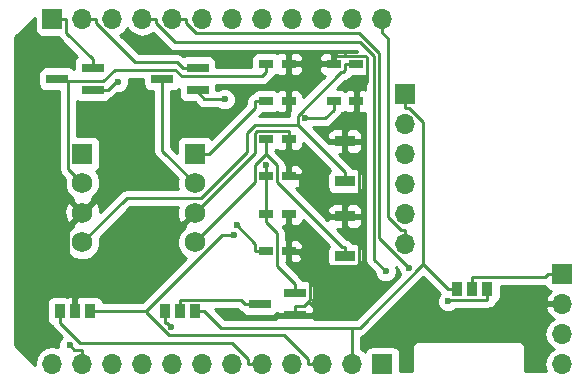
<source format=gtl>
G04 #@! TF.FileFunction,Copper,L1,Top,Signal*
%FSLAX46Y46*%
G04 Gerber Fmt 4.6, Leading zero omitted, Abs format (unit mm)*
G04 Created by KiCad (PCBNEW 4.0.7-e2-6376~60~ubuntu17.10.1) date Thu Dec 28 14:25:31 2017*
%MOMM*%
%LPD*%
G01*
G04 APERTURE LIST*
%ADD10C,0.100000*%
%ADD11R,1.700000X1.700000*%
%ADD12O,1.700000X1.700000*%
%ADD13R,1.200000X0.750000*%
%ADD14R,0.970000X1.270000*%
%ADD15R,1.900000X0.800000*%
%ADD16R,1.700000X0.900000*%
%ADD17R,1.750000X1.750000*%
%ADD18C,1.750000*%
%ADD19C,0.600000*%
%ADD20C,0.250000*%
%ADD21C,0.254000*%
G04 APERTURE END LIST*
D10*
D11*
X191770000Y-113030000D03*
D12*
X191770000Y-115570000D03*
X191770000Y-118110000D03*
X191770000Y-120650000D03*
D11*
X176530000Y-120650000D03*
D12*
X173990000Y-120650000D03*
X171450000Y-120650000D03*
X168910000Y-120650000D03*
X166370000Y-120650000D03*
X163830000Y-120650000D03*
X161290000Y-120650000D03*
X158750000Y-120650000D03*
X156210000Y-120650000D03*
X153670000Y-120650000D03*
X151130000Y-120650000D03*
X148590000Y-120650000D03*
D13*
X172405000Y-95250000D03*
X174305000Y-95250000D03*
X172405000Y-98425000D03*
X174305000Y-98425000D03*
X166690000Y-98425000D03*
X168590000Y-98425000D03*
X166690000Y-95250000D03*
X168590000Y-95250000D03*
X168590000Y-101600000D03*
X166690000Y-101600000D03*
X166690000Y-104775000D03*
X168590000Y-104775000D03*
X166690000Y-107950000D03*
X168590000Y-107950000D03*
X166690000Y-111125000D03*
X168590000Y-111125000D03*
D14*
X158115000Y-116205000D03*
X159385000Y-116205000D03*
X160655000Y-116205000D03*
X149225000Y-116205000D03*
X150495000Y-116205000D03*
X151765000Y-116205000D03*
D15*
X151995000Y-97470000D03*
X151995000Y-95570000D03*
X148995000Y-96520000D03*
X160885000Y-97470000D03*
X160885000Y-95570000D03*
X157885000Y-96520000D03*
D16*
X173355000Y-105205000D03*
X173355000Y-101805000D03*
X173355000Y-111555000D03*
X173355000Y-108155000D03*
D15*
X169140000Y-116520000D03*
X169140000Y-114620000D03*
X166140000Y-115570000D03*
D17*
X151130000Y-102870000D03*
D18*
X151130000Y-105370000D03*
X151130000Y-107870000D03*
X151130000Y-110370000D03*
D17*
X160655000Y-102870000D03*
D18*
X160655000Y-105370000D03*
X160655000Y-107870000D03*
X160655000Y-110370000D03*
D11*
X148590000Y-91440000D03*
D12*
X151130000Y-91440000D03*
X153670000Y-91440000D03*
X156210000Y-91440000D03*
X158750000Y-91440000D03*
X161290000Y-91440000D03*
X163830000Y-91440000D03*
X166370000Y-91440000D03*
X168910000Y-91440000D03*
X171450000Y-91440000D03*
X173990000Y-91440000D03*
X176530000Y-91440000D03*
D11*
X178435000Y-97790000D03*
D12*
X178435000Y-100330000D03*
X178435000Y-102870000D03*
X178435000Y-105410000D03*
X178435000Y-107950000D03*
X178435000Y-110490000D03*
D14*
X185420000Y-114300000D03*
X184150000Y-114300000D03*
X182880000Y-114300000D03*
D19*
X174738300Y-112193800D03*
X166690000Y-103802500D03*
X170019300Y-99864700D03*
X163167400Y-98255000D03*
X154155000Y-96801800D03*
X163949900Y-109734400D03*
X164184300Y-108899300D03*
X176812200Y-112812500D03*
X178812800Y-112538800D03*
X182093000Y-115363600D03*
X158652000Y-117492500D03*
X150042200Y-119096600D03*
D20*
X173355000Y-101417300D02*
X173355000Y-101029700D01*
X172405000Y-95250000D02*
X171479700Y-95250000D01*
X150495000Y-113760800D02*
X150495000Y-116205000D01*
X149890200Y-113156000D02*
X150495000Y-113760800D01*
X149890200Y-109109800D02*
X149890200Y-113156000D01*
X151130000Y-107870000D02*
X149890200Y-109109800D01*
X168590000Y-95250000D02*
X171479700Y-95250000D01*
X168590000Y-98425000D02*
X168590000Y-97724700D01*
X168590000Y-95250000D02*
X168590000Y-97724700D01*
X173355000Y-101417300D02*
X173355000Y-101805000D01*
X169140000Y-116520000D02*
X169140000Y-115794700D01*
X168590000Y-101600000D02*
X168590000Y-102300300D01*
X165935300Y-100899700D02*
X168590000Y-100899700D01*
X165755600Y-101079400D02*
X165935300Y-100899700D01*
X165755600Y-102769400D02*
X165755600Y-101079400D01*
X160655000Y-107870000D02*
X165755600Y-102769400D01*
X168590000Y-101600000D02*
X168590000Y-100899700D01*
X168590000Y-104775000D02*
X168590000Y-102300300D01*
X169515300Y-105490600D02*
X172179700Y-108155000D01*
X169515300Y-104775000D02*
X169515300Y-105490600D01*
X168590000Y-104775000D02*
X169515300Y-104775000D01*
X172800200Y-108155000D02*
X172179700Y-108155000D01*
X173355000Y-101805000D02*
X173355000Y-102580300D01*
X173355000Y-108155000D02*
X173355000Y-108930300D01*
X174530400Y-110105700D02*
X174530400Y-112193800D01*
X173355000Y-108930300D02*
X174530400Y-110105700D01*
X174348300Y-112375900D02*
X170415400Y-112375900D01*
X174530400Y-112193800D02*
X174348300Y-112375900D01*
X168590000Y-107950000D02*
X168590000Y-108650300D01*
X174530400Y-112193800D02*
X174738300Y-112193800D01*
X170415400Y-115244600D02*
X170415400Y-112375900D01*
X169865300Y-115794700D02*
X170415400Y-115244600D01*
X169140000Y-115794700D02*
X169865300Y-115794700D01*
X169515300Y-111475800D02*
X169515300Y-111125000D01*
X170415400Y-112375900D02*
X169515300Y-111475800D01*
X168590000Y-111125000D02*
X168590000Y-108650300D01*
X168590000Y-111125000D02*
X169515300Y-111125000D01*
X174530400Y-106204300D02*
X173355000Y-107379700D01*
X174530400Y-103755700D02*
X174530400Y-106204300D01*
X173355000Y-102580300D02*
X174530400Y-103755700D01*
X173355000Y-108155000D02*
X172800200Y-108155000D01*
X173355000Y-108155000D02*
X173355000Y-107379700D01*
X172405000Y-95250000D02*
X172405000Y-94549700D01*
X174305000Y-100079700D02*
X173355000Y-101029700D01*
X174305000Y-98425000D02*
X174305000Y-100079700D01*
X175073900Y-94549700D02*
X172405000Y-94549700D01*
X175230400Y-94706200D02*
X175073900Y-94549700D01*
X175230400Y-96799300D02*
X175230400Y-94706200D01*
X174305000Y-97724700D02*
X175230400Y-96799300D01*
X174305000Y-98425000D02*
X174305000Y-97724700D01*
X173355000Y-105205000D02*
X173355000Y-104429700D01*
X165748100Y-100442200D02*
X169367500Y-100442200D01*
X165105600Y-101084700D02*
X165748100Y-100442200D01*
X165105600Y-102696800D02*
X165105600Y-101084700D01*
X161182400Y-106620000D02*
X165105600Y-102696800D01*
X154880000Y-106620000D02*
X161182400Y-106620000D01*
X151130000Y-110370000D02*
X154880000Y-106620000D01*
X169367500Y-100442200D02*
X173355000Y-104429700D01*
X174305000Y-95250000D02*
X173379700Y-95250000D01*
X169367500Y-99632200D02*
X169367500Y-100442200D01*
X173019300Y-95980400D02*
X169367500Y-99632200D01*
X173199600Y-95980400D02*
X173019300Y-95980400D01*
X173379700Y-95800300D02*
X173199600Y-95980400D01*
X173379700Y-95250000D02*
X173379700Y-95800300D01*
X165764700Y-98960600D02*
X165764700Y-98425000D01*
X161855300Y-102870000D02*
X165764700Y-98960600D01*
X160655000Y-102870000D02*
X161855300Y-102870000D01*
X166690000Y-98425000D02*
X165764700Y-98425000D01*
X171665600Y-99864700D02*
X172405000Y-99125300D01*
X170019300Y-99864700D02*
X171665600Y-99864700D01*
X172405000Y-98425000D02*
X172405000Y-99125300D01*
X166690000Y-103802500D02*
X166690000Y-104775000D01*
X169140000Y-114620000D02*
X169140000Y-113894700D01*
X166690000Y-104775000D02*
X166690000Y-107950000D01*
X167615400Y-112370100D02*
X169140000Y-113894700D01*
X167615400Y-109575700D02*
X167615400Y-112370100D01*
X166690000Y-108650300D02*
X167615400Y-109575700D01*
X166690000Y-107950000D02*
X166690000Y-108650300D01*
X173355000Y-111555000D02*
X173355000Y-110779700D01*
X165758900Y-103829400D02*
X166680200Y-102908100D01*
X165758900Y-105266100D02*
X165758900Y-103829400D01*
X160655000Y-110370000D02*
X165758900Y-105266100D01*
X166690000Y-102898300D02*
X166680200Y-102908100D01*
X166690000Y-101600000D02*
X166690000Y-102898300D01*
X173152600Y-110779700D02*
X173355000Y-110779700D01*
X167615400Y-105242500D02*
X173152600Y-110779700D01*
X167615400Y-103843300D02*
X167615400Y-105242500D01*
X166680200Y-102908100D02*
X167615400Y-103843300D01*
X173990000Y-120650000D02*
X173990000Y-119474700D01*
X160655000Y-116205000D02*
X161465300Y-116205000D01*
X160885000Y-97470000D02*
X160885000Y-97672700D01*
X161467300Y-98255000D02*
X160885000Y-97672700D01*
X163167400Y-98255000D02*
X161467300Y-98255000D01*
X153938500Y-96801800D02*
X153270300Y-97470000D01*
X154155000Y-96801800D02*
X153938500Y-96801800D01*
X151995000Y-97470000D02*
X153270300Y-97470000D01*
X178435000Y-97790000D02*
X178435000Y-98965300D01*
X182880000Y-114300000D02*
X182069700Y-114300000D01*
X180003000Y-112233300D02*
X182069700Y-114300000D01*
X174615600Y-117620700D02*
X173990000Y-117620700D01*
X180003000Y-112233300D02*
X174615600Y-117620700D01*
X173990000Y-119474700D02*
X173990000Y-117620700D01*
X162881000Y-117620700D02*
X161465300Y-116205000D01*
X173990000Y-117620700D02*
X162881000Y-117620700D01*
X180003000Y-100165900D02*
X180003000Y-112233300D01*
X178802400Y-98965300D02*
X180003000Y-100165900D01*
X178435000Y-98965300D02*
X178802400Y-98965300D01*
X151765000Y-116205000D02*
X152575300Y-116205000D01*
X171450000Y-120650000D02*
X170274700Y-120650000D01*
X152575300Y-116205000D02*
X156518000Y-116205000D01*
X162988600Y-109734400D02*
X163949900Y-109734400D01*
X156518000Y-116205000D02*
X162988600Y-109734400D01*
X170274700Y-120282600D02*
X170274700Y-120650000D01*
X168168400Y-118176300D02*
X170274700Y-120282600D01*
X158451500Y-118176300D02*
X168168400Y-118176300D01*
X156518000Y-116242800D02*
X158451500Y-118176300D01*
X156518000Y-116205000D02*
X156518000Y-116242800D01*
X164539400Y-115244700D02*
X159385000Y-115244700D01*
X164864700Y-115570000D02*
X164539400Y-115244700D01*
X166140000Y-115570000D02*
X164864700Y-115570000D01*
X159385000Y-116205000D02*
X159385000Y-115244700D01*
X166690000Y-95250000D02*
X166690000Y-95950300D01*
X149929100Y-104169100D02*
X149929100Y-96744600D01*
X151130000Y-105370000D02*
X149929100Y-104169100D01*
X149219600Y-96744600D02*
X149929100Y-96744600D01*
X148995000Y-96520000D02*
X149219600Y-96744600D01*
X166330900Y-96309400D02*
X166690000Y-95950300D01*
X159577400Y-96309400D02*
X166330900Y-96309400D01*
X159006800Y-95738800D02*
X159577400Y-96309400D01*
X153913300Y-95738800D02*
X159006800Y-95738800D01*
X152907500Y-96744600D02*
X153913300Y-95738800D01*
X149929100Y-96744600D02*
X152907500Y-96744600D01*
X166690000Y-111125000D02*
X165764700Y-111125000D01*
X157885000Y-102600000D02*
X157885000Y-96520000D01*
X160655000Y-105370000D02*
X157885000Y-102600000D01*
X165764700Y-110479700D02*
X164184300Y-108899300D01*
X165764700Y-111125000D02*
X165764700Y-110479700D01*
X149765300Y-92615000D02*
X149765300Y-91440000D01*
X151995000Y-94844700D02*
X149765300Y-92615000D01*
X151995000Y-95570000D02*
X151995000Y-94844700D01*
X148590000Y-91440000D02*
X149765300Y-91440000D01*
X151130000Y-91440000D02*
X152305300Y-91440000D01*
X152305300Y-91807300D02*
X152305300Y-91440000D01*
X155617700Y-95119700D02*
X152305300Y-91807300D01*
X159159400Y-95119700D02*
X155617700Y-95119700D01*
X159609700Y-95570000D02*
X159159400Y-95119700D01*
X160885000Y-95570000D02*
X159609700Y-95570000D01*
X175821000Y-111821300D02*
X176812200Y-112812500D01*
X175821000Y-94568200D02*
X175821000Y-111821300D01*
X174676000Y-93423200D02*
X175821000Y-94568200D01*
X159001200Y-93423200D02*
X174676000Y-93423200D01*
X157385300Y-91807300D02*
X159001200Y-93423200D01*
X157385300Y-91440000D02*
X157385300Y-91807300D01*
X156210000Y-91440000D02*
X157385300Y-91440000D01*
X158750000Y-91440000D02*
X159925300Y-91440000D01*
X176271400Y-109997400D02*
X178812800Y-112538800D01*
X176271400Y-94360700D02*
X176271400Y-109997400D01*
X174526000Y-92615300D02*
X176271400Y-94360700D01*
X160733200Y-92615300D02*
X174526000Y-92615300D01*
X159925300Y-91807400D02*
X160733200Y-92615300D01*
X159925300Y-91440000D02*
X159925300Y-91807400D01*
X176530000Y-91440000D02*
X176530000Y-92615300D01*
X178435000Y-110490000D02*
X178435000Y-109314700D01*
X176980400Y-93065700D02*
X176530000Y-92615300D01*
X176980400Y-108227400D02*
X176980400Y-93065700D01*
X178067700Y-109314700D02*
X176980400Y-108227400D01*
X178435000Y-109314700D02*
X178067700Y-109314700D01*
X182196300Y-115260300D02*
X182093000Y-115363600D01*
X185420000Y-115260300D02*
X182196300Y-115260300D01*
X185420000Y-114300000D02*
X185420000Y-115260300D01*
X165194700Y-120282700D02*
X165194700Y-120650000D01*
X163803300Y-118891300D02*
X165194700Y-120282700D01*
X150951000Y-118891300D02*
X163803300Y-118891300D01*
X149225000Y-117165300D02*
X150951000Y-118891300D01*
X149225000Y-116205000D02*
X149225000Y-117165300D01*
X166370000Y-120650000D02*
X165194700Y-120650000D01*
X158324800Y-117165300D02*
X158652000Y-117492500D01*
X158115000Y-117165300D02*
X158324800Y-117165300D01*
X158115000Y-116205000D02*
X158115000Y-117165300D01*
X151130000Y-120650000D02*
X151130000Y-119474700D01*
X150420300Y-119474700D02*
X151130000Y-119474700D01*
X150042200Y-119096600D02*
X150420300Y-119474700D01*
X190285000Y-113339700D02*
X190594700Y-113030000D01*
X184150000Y-113339700D02*
X190285000Y-113339700D01*
X184150000Y-114300000D02*
X184150000Y-113339700D01*
X191770000Y-113030000D02*
X190594700Y-113030000D01*
D21*
G36*
X181414589Y-114719691D02*
X181300808Y-114833273D01*
X181158162Y-115176801D01*
X181157838Y-115548767D01*
X181299883Y-115892543D01*
X181562673Y-116155792D01*
X181906201Y-116298438D01*
X182278167Y-116298762D01*
X182621943Y-116156717D01*
X182758598Y-116020300D01*
X185420000Y-116020300D01*
X185710839Y-115962448D01*
X185957401Y-115797701D01*
X186122148Y-115551139D01*
X186124123Y-115541209D01*
X186140317Y-115538162D01*
X186356441Y-115399090D01*
X186501431Y-115186890D01*
X186552440Y-114935000D01*
X186552440Y-114099700D01*
X190285000Y-114099700D01*
X190312857Y-114094159D01*
X190316838Y-114115317D01*
X190455910Y-114331441D01*
X190668110Y-114476431D01*
X190776107Y-114498301D01*
X190498355Y-114803076D01*
X190328524Y-115213110D01*
X190449845Y-115443000D01*
X191643000Y-115443000D01*
X191643000Y-115423000D01*
X191897000Y-115423000D01*
X191897000Y-115443000D01*
X191917000Y-115443000D01*
X191917000Y-115697000D01*
X191897000Y-115697000D01*
X191897000Y-115717000D01*
X191643000Y-115717000D01*
X191643000Y-115697000D01*
X190449845Y-115697000D01*
X190328524Y-115926890D01*
X190498355Y-116336924D01*
X190888642Y-116765183D01*
X191031553Y-116832298D01*
X190690853Y-117059946D01*
X190368946Y-117541715D01*
X190255907Y-118110000D01*
X190368946Y-118678285D01*
X190690853Y-119160054D01*
X191020026Y-119380000D01*
X190690853Y-119599946D01*
X190368946Y-120081715D01*
X190255907Y-120650000D01*
X190368946Y-121218285D01*
X190380115Y-121235000D01*
X188645000Y-121235000D01*
X188645000Y-119380000D01*
X188592857Y-119117862D01*
X188444368Y-118895632D01*
X188222138Y-118747143D01*
X187960000Y-118695000D01*
X179705000Y-118695000D01*
X179442862Y-118747143D01*
X179220632Y-118895632D01*
X179072143Y-119117862D01*
X179020000Y-119380000D01*
X179020000Y-121235000D01*
X178027440Y-121235000D01*
X178027440Y-119800000D01*
X177983162Y-119564683D01*
X177844090Y-119348559D01*
X177631890Y-119203569D01*
X177380000Y-119152560D01*
X175680000Y-119152560D01*
X175444683Y-119196838D01*
X175228559Y-119335910D01*
X175083569Y-119548110D01*
X175069914Y-119615541D01*
X175040054Y-119570853D01*
X174750000Y-119377046D01*
X174750000Y-118353966D01*
X174906439Y-118322848D01*
X175153001Y-118158101D01*
X180003000Y-113308102D01*
X181414589Y-114719691D01*
X181414589Y-114719691D01*
G37*
X181414589Y-114719691D02*
X181300808Y-114833273D01*
X181158162Y-115176801D01*
X181157838Y-115548767D01*
X181299883Y-115892543D01*
X181562673Y-116155792D01*
X181906201Y-116298438D01*
X182278167Y-116298762D01*
X182621943Y-116156717D01*
X182758598Y-116020300D01*
X185420000Y-116020300D01*
X185710839Y-115962448D01*
X185957401Y-115797701D01*
X186122148Y-115551139D01*
X186124123Y-115541209D01*
X186140317Y-115538162D01*
X186356441Y-115399090D01*
X186501431Y-115186890D01*
X186552440Y-114935000D01*
X186552440Y-114099700D01*
X190285000Y-114099700D01*
X190312857Y-114094159D01*
X190316838Y-114115317D01*
X190455910Y-114331441D01*
X190668110Y-114476431D01*
X190776107Y-114498301D01*
X190498355Y-114803076D01*
X190328524Y-115213110D01*
X190449845Y-115443000D01*
X191643000Y-115443000D01*
X191643000Y-115423000D01*
X191897000Y-115423000D01*
X191897000Y-115443000D01*
X191917000Y-115443000D01*
X191917000Y-115697000D01*
X191897000Y-115697000D01*
X191897000Y-115717000D01*
X191643000Y-115717000D01*
X191643000Y-115697000D01*
X190449845Y-115697000D01*
X190328524Y-115926890D01*
X190498355Y-116336924D01*
X190888642Y-116765183D01*
X191031553Y-116832298D01*
X190690853Y-117059946D01*
X190368946Y-117541715D01*
X190255907Y-118110000D01*
X190368946Y-118678285D01*
X190690853Y-119160054D01*
X191020026Y-119380000D01*
X190690853Y-119599946D01*
X190368946Y-120081715D01*
X190255907Y-120650000D01*
X190368946Y-121218285D01*
X190380115Y-121235000D01*
X188645000Y-121235000D01*
X188645000Y-119380000D01*
X188592857Y-119117862D01*
X188444368Y-118895632D01*
X188222138Y-118747143D01*
X187960000Y-118695000D01*
X179705000Y-118695000D01*
X179442862Y-118747143D01*
X179220632Y-118895632D01*
X179072143Y-119117862D01*
X179020000Y-119380000D01*
X179020000Y-121235000D01*
X178027440Y-121235000D01*
X178027440Y-119800000D01*
X177983162Y-119564683D01*
X177844090Y-119348559D01*
X177631890Y-119203569D01*
X177380000Y-119152560D01*
X175680000Y-119152560D01*
X175444683Y-119196838D01*
X175228559Y-119335910D01*
X175083569Y-119548110D01*
X175069914Y-119615541D01*
X175040054Y-119570853D01*
X174750000Y-119377046D01*
X174750000Y-118353966D01*
X174906439Y-118322848D01*
X175153001Y-118158101D01*
X180003000Y-113308102D01*
X181414589Y-114719691D01*
G36*
X147092560Y-92290000D02*
X147136838Y-92525317D01*
X147275910Y-92741441D01*
X147488110Y-92886431D01*
X147740000Y-92937440D01*
X149084267Y-92937440D01*
X149227899Y-93152401D01*
X150707858Y-94632360D01*
X150593559Y-94705910D01*
X150448569Y-94918110D01*
X150397560Y-95170000D01*
X150397560Y-95660681D01*
X150196890Y-95523569D01*
X149945000Y-95472560D01*
X148045000Y-95472560D01*
X147809683Y-95516838D01*
X147593559Y-95655910D01*
X147448569Y-95868110D01*
X147397560Y-96120000D01*
X147397560Y-96920000D01*
X147441838Y-97155317D01*
X147580910Y-97371441D01*
X147793110Y-97516431D01*
X148045000Y-97567440D01*
X149169100Y-97567440D01*
X149169100Y-104169100D01*
X149226952Y-104459939D01*
X149391699Y-104706501D01*
X149659361Y-104974163D01*
X149620262Y-105068325D01*
X149619738Y-105669040D01*
X149849138Y-106224229D01*
X150273537Y-106649370D01*
X150296469Y-106658892D01*
X150247545Y-106807940D01*
X151130000Y-107690395D01*
X152012455Y-106807940D01*
X151963682Y-106659352D01*
X151984229Y-106650862D01*
X152409370Y-106226463D01*
X152639738Y-105671675D01*
X152640262Y-105070960D01*
X152410862Y-104515771D01*
X152242283Y-104346897D01*
X152456441Y-104209090D01*
X152601431Y-103996890D01*
X152652440Y-103745000D01*
X152652440Y-101995000D01*
X152608162Y-101759683D01*
X152469090Y-101543559D01*
X152256890Y-101398569D01*
X152005000Y-101347560D01*
X150689100Y-101347560D01*
X150689100Y-98395364D01*
X150793110Y-98466431D01*
X151045000Y-98517440D01*
X152945000Y-98517440D01*
X153180317Y-98473162D01*
X153396441Y-98334090D01*
X153498590Y-98184590D01*
X153561139Y-98172148D01*
X153807701Y-98007401D01*
X154078368Y-97736734D01*
X154340167Y-97736962D01*
X154683943Y-97594917D01*
X154947192Y-97332127D01*
X155089838Y-96988599D01*
X155090162Y-96616633D01*
X155041475Y-96498800D01*
X156287560Y-96498800D01*
X156287560Y-96920000D01*
X156331838Y-97155317D01*
X156470910Y-97371441D01*
X156683110Y-97516431D01*
X156935000Y-97567440D01*
X157125000Y-97567440D01*
X157125000Y-102600000D01*
X157182852Y-102890839D01*
X157347599Y-103137401D01*
X159184361Y-104974163D01*
X159145262Y-105068325D01*
X159144738Y-105669040D01*
X159223641Y-105860000D01*
X154880000Y-105860000D01*
X154589161Y-105917852D01*
X154342599Y-106082599D01*
X152637837Y-107787361D01*
X152625579Y-107504542D01*
X152445953Y-107070884D01*
X152192060Y-106987545D01*
X151309605Y-107870000D01*
X151323748Y-107884143D01*
X151144143Y-108063748D01*
X151130000Y-108049605D01*
X150247545Y-108932060D01*
X150296318Y-109080648D01*
X150275771Y-109089138D01*
X149850630Y-109513537D01*
X149620262Y-110068325D01*
X149619738Y-110669040D01*
X149849138Y-111224229D01*
X150273537Y-111649370D01*
X150828325Y-111879738D01*
X151429040Y-111880262D01*
X151984229Y-111650862D01*
X152409370Y-111226463D01*
X152639738Y-110671675D01*
X152640262Y-110070960D01*
X152600375Y-109974427D01*
X155194802Y-107380000D01*
X159226426Y-107380000D01*
X159133410Y-107635306D01*
X159159421Y-108235458D01*
X159339047Y-108669116D01*
X159592940Y-108752455D01*
X160475395Y-107870000D01*
X160461253Y-107855858D01*
X160640858Y-107676253D01*
X160655000Y-107690395D01*
X160669143Y-107676253D01*
X160848748Y-107855858D01*
X160834605Y-107870000D01*
X160848748Y-107884143D01*
X160669143Y-108063748D01*
X160655000Y-108049605D01*
X159772545Y-108932060D01*
X159821318Y-109080648D01*
X159800771Y-109089138D01*
X159375630Y-109513537D01*
X159145262Y-110068325D01*
X159144738Y-110669040D01*
X159374138Y-111224229D01*
X159798537Y-111649370D01*
X159940062Y-111708136D01*
X156203198Y-115445000D01*
X152873920Y-115445000D01*
X152853162Y-115334683D01*
X152714090Y-115118559D01*
X152501890Y-114973569D01*
X152250000Y-114922560D01*
X151280000Y-114922560D01*
X151139914Y-114948919D01*
X151106310Y-114935000D01*
X150780750Y-114935000D01*
X150622000Y-115093750D01*
X150622000Y-116078000D01*
X150632560Y-116078000D01*
X150632560Y-116332000D01*
X150622000Y-116332000D01*
X150622000Y-116352000D01*
X150368000Y-116352000D01*
X150368000Y-116332000D01*
X150357440Y-116332000D01*
X150357440Y-116078000D01*
X150368000Y-116078000D01*
X150368000Y-115093750D01*
X150209250Y-114935000D01*
X149883690Y-114935000D01*
X149846829Y-114950268D01*
X149710000Y-114922560D01*
X148740000Y-114922560D01*
X148504683Y-114966838D01*
X148288559Y-115105910D01*
X148143569Y-115318110D01*
X148092560Y-115570000D01*
X148092560Y-116840000D01*
X148136838Y-117075317D01*
X148275910Y-117291441D01*
X148488110Y-117436431D01*
X148520225Y-117442935D01*
X148522852Y-117456139D01*
X148687599Y-117702701D01*
X149400721Y-118415823D01*
X149250008Y-118566273D01*
X149107362Y-118909801D01*
X149107075Y-119238760D01*
X148590000Y-119135907D01*
X148021715Y-119248946D01*
X147539946Y-119570853D01*
X147218039Y-120052622D01*
X147105000Y-120620907D01*
X147105000Y-120679093D01*
X147119196Y-120750460D01*
X145465000Y-119096264D01*
X145465000Y-107635306D01*
X149608410Y-107635306D01*
X149634421Y-108235458D01*
X149814047Y-108669116D01*
X150067940Y-108752455D01*
X150950395Y-107870000D01*
X150067940Y-106987545D01*
X149814047Y-107070884D01*
X149608410Y-107635306D01*
X145465000Y-107635306D01*
X145465000Y-92993736D01*
X147092560Y-91366176D01*
X147092560Y-92290000D01*
X147092560Y-92290000D01*
G37*
X147092560Y-92290000D02*
X147136838Y-92525317D01*
X147275910Y-92741441D01*
X147488110Y-92886431D01*
X147740000Y-92937440D01*
X149084267Y-92937440D01*
X149227899Y-93152401D01*
X150707858Y-94632360D01*
X150593559Y-94705910D01*
X150448569Y-94918110D01*
X150397560Y-95170000D01*
X150397560Y-95660681D01*
X150196890Y-95523569D01*
X149945000Y-95472560D01*
X148045000Y-95472560D01*
X147809683Y-95516838D01*
X147593559Y-95655910D01*
X147448569Y-95868110D01*
X147397560Y-96120000D01*
X147397560Y-96920000D01*
X147441838Y-97155317D01*
X147580910Y-97371441D01*
X147793110Y-97516431D01*
X148045000Y-97567440D01*
X149169100Y-97567440D01*
X149169100Y-104169100D01*
X149226952Y-104459939D01*
X149391699Y-104706501D01*
X149659361Y-104974163D01*
X149620262Y-105068325D01*
X149619738Y-105669040D01*
X149849138Y-106224229D01*
X150273537Y-106649370D01*
X150296469Y-106658892D01*
X150247545Y-106807940D01*
X151130000Y-107690395D01*
X152012455Y-106807940D01*
X151963682Y-106659352D01*
X151984229Y-106650862D01*
X152409370Y-106226463D01*
X152639738Y-105671675D01*
X152640262Y-105070960D01*
X152410862Y-104515771D01*
X152242283Y-104346897D01*
X152456441Y-104209090D01*
X152601431Y-103996890D01*
X152652440Y-103745000D01*
X152652440Y-101995000D01*
X152608162Y-101759683D01*
X152469090Y-101543559D01*
X152256890Y-101398569D01*
X152005000Y-101347560D01*
X150689100Y-101347560D01*
X150689100Y-98395364D01*
X150793110Y-98466431D01*
X151045000Y-98517440D01*
X152945000Y-98517440D01*
X153180317Y-98473162D01*
X153396441Y-98334090D01*
X153498590Y-98184590D01*
X153561139Y-98172148D01*
X153807701Y-98007401D01*
X154078368Y-97736734D01*
X154340167Y-97736962D01*
X154683943Y-97594917D01*
X154947192Y-97332127D01*
X155089838Y-96988599D01*
X155090162Y-96616633D01*
X155041475Y-96498800D01*
X156287560Y-96498800D01*
X156287560Y-96920000D01*
X156331838Y-97155317D01*
X156470910Y-97371441D01*
X156683110Y-97516431D01*
X156935000Y-97567440D01*
X157125000Y-97567440D01*
X157125000Y-102600000D01*
X157182852Y-102890839D01*
X157347599Y-103137401D01*
X159184361Y-104974163D01*
X159145262Y-105068325D01*
X159144738Y-105669040D01*
X159223641Y-105860000D01*
X154880000Y-105860000D01*
X154589161Y-105917852D01*
X154342599Y-106082599D01*
X152637837Y-107787361D01*
X152625579Y-107504542D01*
X152445953Y-107070884D01*
X152192060Y-106987545D01*
X151309605Y-107870000D01*
X151323748Y-107884143D01*
X151144143Y-108063748D01*
X151130000Y-108049605D01*
X150247545Y-108932060D01*
X150296318Y-109080648D01*
X150275771Y-109089138D01*
X149850630Y-109513537D01*
X149620262Y-110068325D01*
X149619738Y-110669040D01*
X149849138Y-111224229D01*
X150273537Y-111649370D01*
X150828325Y-111879738D01*
X151429040Y-111880262D01*
X151984229Y-111650862D01*
X152409370Y-111226463D01*
X152639738Y-110671675D01*
X152640262Y-110070960D01*
X152600375Y-109974427D01*
X155194802Y-107380000D01*
X159226426Y-107380000D01*
X159133410Y-107635306D01*
X159159421Y-108235458D01*
X159339047Y-108669116D01*
X159592940Y-108752455D01*
X160475395Y-107870000D01*
X160461253Y-107855858D01*
X160640858Y-107676253D01*
X160655000Y-107690395D01*
X160669143Y-107676253D01*
X160848748Y-107855858D01*
X160834605Y-107870000D01*
X160848748Y-107884143D01*
X160669143Y-108063748D01*
X160655000Y-108049605D01*
X159772545Y-108932060D01*
X159821318Y-109080648D01*
X159800771Y-109089138D01*
X159375630Y-109513537D01*
X159145262Y-110068325D01*
X159144738Y-110669040D01*
X159374138Y-111224229D01*
X159798537Y-111649370D01*
X159940062Y-111708136D01*
X156203198Y-115445000D01*
X152873920Y-115445000D01*
X152853162Y-115334683D01*
X152714090Y-115118559D01*
X152501890Y-114973569D01*
X152250000Y-114922560D01*
X151280000Y-114922560D01*
X151139914Y-114948919D01*
X151106310Y-114935000D01*
X150780750Y-114935000D01*
X150622000Y-115093750D01*
X150622000Y-116078000D01*
X150632560Y-116078000D01*
X150632560Y-116332000D01*
X150622000Y-116332000D01*
X150622000Y-116352000D01*
X150368000Y-116352000D01*
X150368000Y-116332000D01*
X150357440Y-116332000D01*
X150357440Y-116078000D01*
X150368000Y-116078000D01*
X150368000Y-115093750D01*
X150209250Y-114935000D01*
X149883690Y-114935000D01*
X149846829Y-114950268D01*
X149710000Y-114922560D01*
X148740000Y-114922560D01*
X148504683Y-114966838D01*
X148288559Y-115105910D01*
X148143569Y-115318110D01*
X148092560Y-115570000D01*
X148092560Y-116840000D01*
X148136838Y-117075317D01*
X148275910Y-117291441D01*
X148488110Y-117436431D01*
X148520225Y-117442935D01*
X148522852Y-117456139D01*
X148687599Y-117702701D01*
X149400721Y-118415823D01*
X149250008Y-118566273D01*
X149107362Y-118909801D01*
X149107075Y-119238760D01*
X148590000Y-119135907D01*
X148021715Y-119248946D01*
X147539946Y-119570853D01*
X147218039Y-120052622D01*
X147105000Y-120620907D01*
X147105000Y-120679093D01*
X147119196Y-120750460D01*
X145465000Y-119096264D01*
X145465000Y-107635306D01*
X149608410Y-107635306D01*
X149634421Y-108235458D01*
X149814047Y-108669116D01*
X150067940Y-108752455D01*
X150950395Y-107870000D01*
X150067940Y-106987545D01*
X149814047Y-107070884D01*
X149608410Y-107635306D01*
X145465000Y-107635306D01*
X145465000Y-92993736D01*
X147092560Y-91366176D01*
X147092560Y-92290000D01*
G36*
X175061000Y-97427298D02*
X175031309Y-97415000D01*
X174590750Y-97415000D01*
X174432000Y-97573750D01*
X174432000Y-98298000D01*
X174452000Y-98298000D01*
X174452000Y-98552000D01*
X174432000Y-98552000D01*
X174432000Y-99276250D01*
X174590750Y-99435000D01*
X175031309Y-99435000D01*
X175061000Y-99422702D01*
X175061000Y-111821300D01*
X175118852Y-112112139D01*
X175283599Y-112358701D01*
X175877078Y-112952180D01*
X175877038Y-112997667D01*
X176019083Y-113341443D01*
X176281873Y-113604692D01*
X176625401Y-113747338D01*
X176997367Y-113747662D01*
X177341143Y-113605617D01*
X177604392Y-113342827D01*
X177747038Y-112999299D01*
X177747362Y-112627333D01*
X177691617Y-112492419D01*
X177877678Y-112678480D01*
X177877638Y-112723967D01*
X178019683Y-113067743D01*
X178056687Y-113104811D01*
X174300798Y-116860700D01*
X170725000Y-116860700D01*
X170725000Y-116805750D01*
X170566250Y-116647000D01*
X169267000Y-116647000D01*
X169267000Y-116667000D01*
X169013000Y-116667000D01*
X169013000Y-116647000D01*
X167713750Y-116647000D01*
X167555000Y-116805750D01*
X167555000Y-116860700D01*
X163195802Y-116860700D01*
X162339802Y-116004700D01*
X164224598Y-116004700D01*
X164327299Y-116107401D01*
X164573861Y-116272148D01*
X164638060Y-116284918D01*
X164725910Y-116421441D01*
X164938110Y-116566431D01*
X165190000Y-116617440D01*
X167090000Y-116617440D01*
X167325317Y-116573162D01*
X167541441Y-116434090D01*
X167628064Y-116307314D01*
X167713750Y-116393000D01*
X169013000Y-116393000D01*
X169013000Y-116373000D01*
X169267000Y-116373000D01*
X169267000Y-116393000D01*
X170566250Y-116393000D01*
X170725000Y-116234250D01*
X170725000Y-115993690D01*
X170628327Y-115760301D01*
X170449698Y-115581673D01*
X170413253Y-115566577D01*
X170541441Y-115484090D01*
X170686431Y-115271890D01*
X170737440Y-115020000D01*
X170737440Y-114220000D01*
X170693162Y-113984683D01*
X170554090Y-113768559D01*
X170341890Y-113623569D01*
X170090000Y-113572560D01*
X169821233Y-113572560D01*
X169677401Y-113357299D01*
X168379676Y-112059574D01*
X168463000Y-111976250D01*
X168463000Y-111252000D01*
X168717000Y-111252000D01*
X168717000Y-111976250D01*
X168875750Y-112135000D01*
X169316309Y-112135000D01*
X169549698Y-112038327D01*
X169728327Y-111859699D01*
X169825000Y-111626310D01*
X169825000Y-111410750D01*
X169666250Y-111252000D01*
X168717000Y-111252000D01*
X168463000Y-111252000D01*
X168443000Y-111252000D01*
X168443000Y-110998000D01*
X168463000Y-110998000D01*
X168463000Y-110273750D01*
X168717000Y-110273750D01*
X168717000Y-110998000D01*
X169666250Y-110998000D01*
X169825000Y-110839250D01*
X169825000Y-110623690D01*
X169728327Y-110390301D01*
X169549698Y-110211673D01*
X169316309Y-110115000D01*
X168875750Y-110115000D01*
X168717000Y-110273750D01*
X168463000Y-110273750D01*
X168375400Y-110186150D01*
X168375400Y-109575700D01*
X168363035Y-109513537D01*
X168317548Y-109284860D01*
X168152801Y-109038299D01*
X168074502Y-108960000D01*
X168304250Y-108960000D01*
X168463000Y-108801250D01*
X168463000Y-108077000D01*
X168443000Y-108077000D01*
X168443000Y-107823000D01*
X168463000Y-107823000D01*
X168463000Y-107803000D01*
X168717000Y-107803000D01*
X168717000Y-107823000D01*
X168737000Y-107823000D01*
X168737000Y-108077000D01*
X168717000Y-108077000D01*
X168717000Y-108801250D01*
X168875750Y-108960000D01*
X169316309Y-108960000D01*
X169549698Y-108863327D01*
X169728327Y-108684699D01*
X169802860Y-108504762D01*
X172007061Y-110708963D01*
X171908569Y-110853110D01*
X171857560Y-111105000D01*
X171857560Y-112005000D01*
X171901838Y-112240317D01*
X172040910Y-112456441D01*
X172253110Y-112601431D01*
X172505000Y-112652440D01*
X174205000Y-112652440D01*
X174440317Y-112608162D01*
X174656441Y-112469090D01*
X174801431Y-112256890D01*
X174852440Y-112005000D01*
X174852440Y-111105000D01*
X174808162Y-110869683D01*
X174669090Y-110653559D01*
X174456890Y-110508569D01*
X174205000Y-110457560D01*
X174036233Y-110457560D01*
X173892401Y-110242299D01*
X173645839Y-110077552D01*
X173495312Y-110047610D01*
X172687702Y-109240000D01*
X173069250Y-109240000D01*
X173228000Y-109081250D01*
X173228000Y-108282000D01*
X173482000Y-108282000D01*
X173482000Y-109081250D01*
X173640750Y-109240000D01*
X174331310Y-109240000D01*
X174564699Y-109143327D01*
X174743327Y-108964698D01*
X174840000Y-108731309D01*
X174840000Y-108440750D01*
X174681250Y-108282000D01*
X173482000Y-108282000D01*
X173228000Y-108282000D01*
X172028750Y-108282000D01*
X171879226Y-108431524D01*
X171026393Y-107578691D01*
X171870000Y-107578691D01*
X171870000Y-107869250D01*
X172028750Y-108028000D01*
X173228000Y-108028000D01*
X173228000Y-107228750D01*
X173482000Y-107228750D01*
X173482000Y-108028000D01*
X174681250Y-108028000D01*
X174840000Y-107869250D01*
X174840000Y-107578691D01*
X174743327Y-107345302D01*
X174564699Y-107166673D01*
X174331310Y-107070000D01*
X173640750Y-107070000D01*
X173482000Y-107228750D01*
X173228000Y-107228750D01*
X173069250Y-107070000D01*
X172378690Y-107070000D01*
X172145301Y-107166673D01*
X171966673Y-107345302D01*
X171870000Y-107578691D01*
X171026393Y-107578691D01*
X169232702Y-105785000D01*
X169316309Y-105785000D01*
X169549698Y-105688327D01*
X169728327Y-105509699D01*
X169825000Y-105276310D01*
X169825000Y-105060750D01*
X169666250Y-104902000D01*
X168717000Y-104902000D01*
X168717000Y-104922000D01*
X168463000Y-104922000D01*
X168463000Y-104902000D01*
X168443000Y-104902000D01*
X168443000Y-104648000D01*
X168463000Y-104648000D01*
X168463000Y-103923750D01*
X168717000Y-103923750D01*
X168717000Y-104648000D01*
X169666250Y-104648000D01*
X169825000Y-104489250D01*
X169825000Y-104273690D01*
X169728327Y-104040301D01*
X169549698Y-103861673D01*
X169316309Y-103765000D01*
X168875750Y-103765000D01*
X168717000Y-103923750D01*
X168463000Y-103923750D01*
X168373625Y-103834375D01*
X168317548Y-103552461D01*
X168152801Y-103305899D01*
X167450000Y-102603098D01*
X167450000Y-102592334D01*
X167525317Y-102578162D01*
X167628646Y-102511671D01*
X167630302Y-102513327D01*
X167863691Y-102610000D01*
X168304250Y-102610000D01*
X168463000Y-102451250D01*
X168463000Y-101727000D01*
X168443000Y-101727000D01*
X168443000Y-101473000D01*
X168463000Y-101473000D01*
X168463000Y-101453000D01*
X168717000Y-101453000D01*
X168717000Y-101473000D01*
X168737000Y-101473000D01*
X168737000Y-101727000D01*
X168717000Y-101727000D01*
X168717000Y-102451250D01*
X168875750Y-102610000D01*
X169316309Y-102610000D01*
X169549698Y-102513327D01*
X169728327Y-102334699D01*
X169825000Y-102101310D01*
X169825000Y-101974502D01*
X172107012Y-104256514D01*
X172053559Y-104290910D01*
X171908569Y-104503110D01*
X171857560Y-104755000D01*
X171857560Y-105655000D01*
X171901838Y-105890317D01*
X172040910Y-106106441D01*
X172253110Y-106251431D01*
X172505000Y-106302440D01*
X174205000Y-106302440D01*
X174440317Y-106258162D01*
X174656441Y-106119090D01*
X174801431Y-105906890D01*
X174852440Y-105655000D01*
X174852440Y-104755000D01*
X174808162Y-104519683D01*
X174669090Y-104303559D01*
X174456890Y-104158569D01*
X174205000Y-104107560D01*
X174036233Y-104107560D01*
X173892401Y-103892299D01*
X172890102Y-102890000D01*
X173069250Y-102890000D01*
X173228000Y-102731250D01*
X173228000Y-101932000D01*
X173482000Y-101932000D01*
X173482000Y-102731250D01*
X173640750Y-102890000D01*
X174331310Y-102890000D01*
X174564699Y-102793327D01*
X174743327Y-102614698D01*
X174840000Y-102381309D01*
X174840000Y-102090750D01*
X174681250Y-101932000D01*
X173482000Y-101932000D01*
X173228000Y-101932000D01*
X172028750Y-101932000D01*
X171980426Y-101980324D01*
X171228793Y-101228691D01*
X171870000Y-101228691D01*
X171870000Y-101519250D01*
X172028750Y-101678000D01*
X173228000Y-101678000D01*
X173228000Y-100878750D01*
X173482000Y-100878750D01*
X173482000Y-101678000D01*
X174681250Y-101678000D01*
X174840000Y-101519250D01*
X174840000Y-101228691D01*
X174743327Y-100995302D01*
X174564699Y-100816673D01*
X174331310Y-100720000D01*
X173640750Y-100720000D01*
X173482000Y-100878750D01*
X173228000Y-100878750D01*
X173069250Y-100720000D01*
X172378690Y-100720000D01*
X172145301Y-100816673D01*
X171966673Y-100995302D01*
X171870000Y-101228691D01*
X171228793Y-101228691D01*
X170624802Y-100624700D01*
X171665600Y-100624700D01*
X171956439Y-100566848D01*
X172203001Y-100402101D01*
X172942402Y-99662701D01*
X173097915Y-99429957D01*
X173240317Y-99403162D01*
X173343646Y-99336671D01*
X173345302Y-99338327D01*
X173578691Y-99435000D01*
X174019250Y-99435000D01*
X174178000Y-99276250D01*
X174178000Y-98552000D01*
X174158000Y-98552000D01*
X174158000Y-98298000D01*
X174178000Y-98298000D01*
X174178000Y-97573750D01*
X174019250Y-97415000D01*
X173578691Y-97415000D01*
X173345302Y-97511673D01*
X173343932Y-97513043D01*
X173256890Y-97453569D01*
X173005000Y-97402560D01*
X172671942Y-97402560D01*
X173367500Y-96707002D01*
X173490439Y-96682548D01*
X173737001Y-96517801D01*
X173917101Y-96337701D01*
X173960707Y-96272440D01*
X174905000Y-96272440D01*
X175061000Y-96243087D01*
X175061000Y-97427298D01*
X175061000Y-97427298D01*
G37*
X175061000Y-97427298D02*
X175031309Y-97415000D01*
X174590750Y-97415000D01*
X174432000Y-97573750D01*
X174432000Y-98298000D01*
X174452000Y-98298000D01*
X174452000Y-98552000D01*
X174432000Y-98552000D01*
X174432000Y-99276250D01*
X174590750Y-99435000D01*
X175031309Y-99435000D01*
X175061000Y-99422702D01*
X175061000Y-111821300D01*
X175118852Y-112112139D01*
X175283599Y-112358701D01*
X175877078Y-112952180D01*
X175877038Y-112997667D01*
X176019083Y-113341443D01*
X176281873Y-113604692D01*
X176625401Y-113747338D01*
X176997367Y-113747662D01*
X177341143Y-113605617D01*
X177604392Y-113342827D01*
X177747038Y-112999299D01*
X177747362Y-112627333D01*
X177691617Y-112492419D01*
X177877678Y-112678480D01*
X177877638Y-112723967D01*
X178019683Y-113067743D01*
X178056687Y-113104811D01*
X174300798Y-116860700D01*
X170725000Y-116860700D01*
X170725000Y-116805750D01*
X170566250Y-116647000D01*
X169267000Y-116647000D01*
X169267000Y-116667000D01*
X169013000Y-116667000D01*
X169013000Y-116647000D01*
X167713750Y-116647000D01*
X167555000Y-116805750D01*
X167555000Y-116860700D01*
X163195802Y-116860700D01*
X162339802Y-116004700D01*
X164224598Y-116004700D01*
X164327299Y-116107401D01*
X164573861Y-116272148D01*
X164638060Y-116284918D01*
X164725910Y-116421441D01*
X164938110Y-116566431D01*
X165190000Y-116617440D01*
X167090000Y-116617440D01*
X167325317Y-116573162D01*
X167541441Y-116434090D01*
X167628064Y-116307314D01*
X167713750Y-116393000D01*
X169013000Y-116393000D01*
X169013000Y-116373000D01*
X169267000Y-116373000D01*
X169267000Y-116393000D01*
X170566250Y-116393000D01*
X170725000Y-116234250D01*
X170725000Y-115993690D01*
X170628327Y-115760301D01*
X170449698Y-115581673D01*
X170413253Y-115566577D01*
X170541441Y-115484090D01*
X170686431Y-115271890D01*
X170737440Y-115020000D01*
X170737440Y-114220000D01*
X170693162Y-113984683D01*
X170554090Y-113768559D01*
X170341890Y-113623569D01*
X170090000Y-113572560D01*
X169821233Y-113572560D01*
X169677401Y-113357299D01*
X168379676Y-112059574D01*
X168463000Y-111976250D01*
X168463000Y-111252000D01*
X168717000Y-111252000D01*
X168717000Y-111976250D01*
X168875750Y-112135000D01*
X169316309Y-112135000D01*
X169549698Y-112038327D01*
X169728327Y-111859699D01*
X169825000Y-111626310D01*
X169825000Y-111410750D01*
X169666250Y-111252000D01*
X168717000Y-111252000D01*
X168463000Y-111252000D01*
X168443000Y-111252000D01*
X168443000Y-110998000D01*
X168463000Y-110998000D01*
X168463000Y-110273750D01*
X168717000Y-110273750D01*
X168717000Y-110998000D01*
X169666250Y-110998000D01*
X169825000Y-110839250D01*
X169825000Y-110623690D01*
X169728327Y-110390301D01*
X169549698Y-110211673D01*
X169316309Y-110115000D01*
X168875750Y-110115000D01*
X168717000Y-110273750D01*
X168463000Y-110273750D01*
X168375400Y-110186150D01*
X168375400Y-109575700D01*
X168363035Y-109513537D01*
X168317548Y-109284860D01*
X168152801Y-109038299D01*
X168074502Y-108960000D01*
X168304250Y-108960000D01*
X168463000Y-108801250D01*
X168463000Y-108077000D01*
X168443000Y-108077000D01*
X168443000Y-107823000D01*
X168463000Y-107823000D01*
X168463000Y-107803000D01*
X168717000Y-107803000D01*
X168717000Y-107823000D01*
X168737000Y-107823000D01*
X168737000Y-108077000D01*
X168717000Y-108077000D01*
X168717000Y-108801250D01*
X168875750Y-108960000D01*
X169316309Y-108960000D01*
X169549698Y-108863327D01*
X169728327Y-108684699D01*
X169802860Y-108504762D01*
X172007061Y-110708963D01*
X171908569Y-110853110D01*
X171857560Y-111105000D01*
X171857560Y-112005000D01*
X171901838Y-112240317D01*
X172040910Y-112456441D01*
X172253110Y-112601431D01*
X172505000Y-112652440D01*
X174205000Y-112652440D01*
X174440317Y-112608162D01*
X174656441Y-112469090D01*
X174801431Y-112256890D01*
X174852440Y-112005000D01*
X174852440Y-111105000D01*
X174808162Y-110869683D01*
X174669090Y-110653559D01*
X174456890Y-110508569D01*
X174205000Y-110457560D01*
X174036233Y-110457560D01*
X173892401Y-110242299D01*
X173645839Y-110077552D01*
X173495312Y-110047610D01*
X172687702Y-109240000D01*
X173069250Y-109240000D01*
X173228000Y-109081250D01*
X173228000Y-108282000D01*
X173482000Y-108282000D01*
X173482000Y-109081250D01*
X173640750Y-109240000D01*
X174331310Y-109240000D01*
X174564699Y-109143327D01*
X174743327Y-108964698D01*
X174840000Y-108731309D01*
X174840000Y-108440750D01*
X174681250Y-108282000D01*
X173482000Y-108282000D01*
X173228000Y-108282000D01*
X172028750Y-108282000D01*
X171879226Y-108431524D01*
X171026393Y-107578691D01*
X171870000Y-107578691D01*
X171870000Y-107869250D01*
X172028750Y-108028000D01*
X173228000Y-108028000D01*
X173228000Y-107228750D01*
X173482000Y-107228750D01*
X173482000Y-108028000D01*
X174681250Y-108028000D01*
X174840000Y-107869250D01*
X174840000Y-107578691D01*
X174743327Y-107345302D01*
X174564699Y-107166673D01*
X174331310Y-107070000D01*
X173640750Y-107070000D01*
X173482000Y-107228750D01*
X173228000Y-107228750D01*
X173069250Y-107070000D01*
X172378690Y-107070000D01*
X172145301Y-107166673D01*
X171966673Y-107345302D01*
X171870000Y-107578691D01*
X171026393Y-107578691D01*
X169232702Y-105785000D01*
X169316309Y-105785000D01*
X169549698Y-105688327D01*
X169728327Y-105509699D01*
X169825000Y-105276310D01*
X169825000Y-105060750D01*
X169666250Y-104902000D01*
X168717000Y-104902000D01*
X168717000Y-104922000D01*
X168463000Y-104922000D01*
X168463000Y-104902000D01*
X168443000Y-104902000D01*
X168443000Y-104648000D01*
X168463000Y-104648000D01*
X168463000Y-103923750D01*
X168717000Y-103923750D01*
X168717000Y-104648000D01*
X169666250Y-104648000D01*
X169825000Y-104489250D01*
X169825000Y-104273690D01*
X169728327Y-104040301D01*
X169549698Y-103861673D01*
X169316309Y-103765000D01*
X168875750Y-103765000D01*
X168717000Y-103923750D01*
X168463000Y-103923750D01*
X168373625Y-103834375D01*
X168317548Y-103552461D01*
X168152801Y-103305899D01*
X167450000Y-102603098D01*
X167450000Y-102592334D01*
X167525317Y-102578162D01*
X167628646Y-102511671D01*
X167630302Y-102513327D01*
X167863691Y-102610000D01*
X168304250Y-102610000D01*
X168463000Y-102451250D01*
X168463000Y-101727000D01*
X168443000Y-101727000D01*
X168443000Y-101473000D01*
X168463000Y-101473000D01*
X168463000Y-101453000D01*
X168717000Y-101453000D01*
X168717000Y-101473000D01*
X168737000Y-101473000D01*
X168737000Y-101727000D01*
X168717000Y-101727000D01*
X168717000Y-102451250D01*
X168875750Y-102610000D01*
X169316309Y-102610000D01*
X169549698Y-102513327D01*
X169728327Y-102334699D01*
X169825000Y-102101310D01*
X169825000Y-101974502D01*
X172107012Y-104256514D01*
X172053559Y-104290910D01*
X171908569Y-104503110D01*
X171857560Y-104755000D01*
X171857560Y-105655000D01*
X171901838Y-105890317D01*
X172040910Y-106106441D01*
X172253110Y-106251431D01*
X172505000Y-106302440D01*
X174205000Y-106302440D01*
X174440317Y-106258162D01*
X174656441Y-106119090D01*
X174801431Y-105906890D01*
X174852440Y-105655000D01*
X174852440Y-104755000D01*
X174808162Y-104519683D01*
X174669090Y-104303559D01*
X174456890Y-104158569D01*
X174205000Y-104107560D01*
X174036233Y-104107560D01*
X173892401Y-103892299D01*
X172890102Y-102890000D01*
X173069250Y-102890000D01*
X173228000Y-102731250D01*
X173228000Y-101932000D01*
X173482000Y-101932000D01*
X173482000Y-102731250D01*
X173640750Y-102890000D01*
X174331310Y-102890000D01*
X174564699Y-102793327D01*
X174743327Y-102614698D01*
X174840000Y-102381309D01*
X174840000Y-102090750D01*
X174681250Y-101932000D01*
X173482000Y-101932000D01*
X173228000Y-101932000D01*
X172028750Y-101932000D01*
X171980426Y-101980324D01*
X171228793Y-101228691D01*
X171870000Y-101228691D01*
X171870000Y-101519250D01*
X172028750Y-101678000D01*
X173228000Y-101678000D01*
X173228000Y-100878750D01*
X173482000Y-100878750D01*
X173482000Y-101678000D01*
X174681250Y-101678000D01*
X174840000Y-101519250D01*
X174840000Y-101228691D01*
X174743327Y-100995302D01*
X174564699Y-100816673D01*
X174331310Y-100720000D01*
X173640750Y-100720000D01*
X173482000Y-100878750D01*
X173228000Y-100878750D01*
X173069250Y-100720000D01*
X172378690Y-100720000D01*
X172145301Y-100816673D01*
X171966673Y-100995302D01*
X171870000Y-101228691D01*
X171228793Y-101228691D01*
X170624802Y-100624700D01*
X171665600Y-100624700D01*
X171956439Y-100566848D01*
X172203001Y-100402101D01*
X172942402Y-99662701D01*
X173097915Y-99429957D01*
X173240317Y-99403162D01*
X173343646Y-99336671D01*
X173345302Y-99338327D01*
X173578691Y-99435000D01*
X174019250Y-99435000D01*
X174178000Y-99276250D01*
X174178000Y-98552000D01*
X174158000Y-98552000D01*
X174158000Y-98298000D01*
X174178000Y-98298000D01*
X174178000Y-97573750D01*
X174019250Y-97415000D01*
X173578691Y-97415000D01*
X173345302Y-97511673D01*
X173343932Y-97513043D01*
X173256890Y-97453569D01*
X173005000Y-97402560D01*
X172671942Y-97402560D01*
X173367500Y-96707002D01*
X173490439Y-96682548D01*
X173737001Y-96517801D01*
X173917101Y-96337701D01*
X173960707Y-96272440D01*
X174905000Y-96272440D01*
X175061000Y-96243087D01*
X175061000Y-97427298D01*
G36*
X155159946Y-92519147D02*
X155641715Y-92841054D01*
X156210000Y-92954093D01*
X156778285Y-92841054D01*
X157117558Y-92614360D01*
X158463799Y-93960601D01*
X158710361Y-94125348D01*
X159001200Y-94183200D01*
X174361198Y-94183200D01*
X174405558Y-94227560D01*
X173705000Y-94227560D01*
X173469683Y-94271838D01*
X173366354Y-94338329D01*
X173364698Y-94336673D01*
X173131309Y-94240000D01*
X172690750Y-94240000D01*
X172532000Y-94398750D01*
X172532000Y-95123000D01*
X172552000Y-95123000D01*
X172552000Y-95377000D01*
X172532000Y-95377000D01*
X172532000Y-95397000D01*
X172278000Y-95397000D01*
X172278000Y-95377000D01*
X171328750Y-95377000D01*
X171170000Y-95535750D01*
X171170000Y-95751310D01*
X171266673Y-95984699D01*
X171445302Y-96163327D01*
X171668938Y-96255960D01*
X169825000Y-98099898D01*
X169825000Y-97923690D01*
X169728327Y-97690301D01*
X169549698Y-97511673D01*
X169316309Y-97415000D01*
X168875750Y-97415000D01*
X168717000Y-97573750D01*
X168717000Y-98298000D01*
X168737000Y-98298000D01*
X168737000Y-98552000D01*
X168717000Y-98552000D01*
X168717000Y-99264064D01*
X168665352Y-99341361D01*
X168607500Y-99632200D01*
X168607500Y-99682200D01*
X166117903Y-99682200D01*
X166302102Y-99498001D01*
X166335885Y-99447440D01*
X167290000Y-99447440D01*
X167525317Y-99403162D01*
X167628646Y-99336671D01*
X167630302Y-99338327D01*
X167863691Y-99435000D01*
X168304250Y-99435000D01*
X168463000Y-99276250D01*
X168463000Y-98552000D01*
X168443000Y-98552000D01*
X168443000Y-98298000D01*
X168463000Y-98298000D01*
X168463000Y-97573750D01*
X168304250Y-97415000D01*
X167863691Y-97415000D01*
X167630302Y-97511673D01*
X167628932Y-97513043D01*
X167541890Y-97453569D01*
X167290000Y-97402560D01*
X166090000Y-97402560D01*
X165854683Y-97446838D01*
X165638559Y-97585910D01*
X165556179Y-97706478D01*
X165473861Y-97722852D01*
X165227299Y-97887599D01*
X165062552Y-98134161D01*
X165004700Y-98425000D01*
X165004700Y-98645797D01*
X162038274Y-101612223D01*
X161994090Y-101543559D01*
X161781890Y-101398569D01*
X161530000Y-101347560D01*
X159780000Y-101347560D01*
X159544683Y-101391838D01*
X159328559Y-101530910D01*
X159183569Y-101743110D01*
X159132560Y-101995000D01*
X159132560Y-102772758D01*
X158645000Y-102285198D01*
X158645000Y-97567440D01*
X158835000Y-97567440D01*
X159070317Y-97523162D01*
X159286441Y-97384090D01*
X159287560Y-97382452D01*
X159287560Y-97870000D01*
X159331838Y-98105317D01*
X159470910Y-98321441D01*
X159683110Y-98466431D01*
X159935000Y-98517440D01*
X160654938Y-98517440D01*
X160929899Y-98792401D01*
X161176461Y-98957148D01*
X161467300Y-99015000D01*
X162604937Y-99015000D01*
X162637073Y-99047192D01*
X162980601Y-99189838D01*
X163352567Y-99190162D01*
X163696343Y-99048117D01*
X163959592Y-98785327D01*
X164102238Y-98441799D01*
X164102562Y-98069833D01*
X163960517Y-97726057D01*
X163697727Y-97462808D01*
X163354199Y-97320162D01*
X162982233Y-97319838D01*
X162638457Y-97461883D01*
X162605282Y-97495000D01*
X162482440Y-97495000D01*
X162482440Y-97070000D01*
X162482327Y-97069400D01*
X166330900Y-97069400D01*
X166621739Y-97011548D01*
X166868301Y-96846801D01*
X167227401Y-96487701D01*
X167382915Y-96254957D01*
X167525317Y-96228162D01*
X167628646Y-96161671D01*
X167630302Y-96163327D01*
X167863691Y-96260000D01*
X168304250Y-96260000D01*
X168463000Y-96101250D01*
X168463000Y-95377000D01*
X168717000Y-95377000D01*
X168717000Y-96101250D01*
X168875750Y-96260000D01*
X169316309Y-96260000D01*
X169549698Y-96163327D01*
X169728327Y-95984699D01*
X169825000Y-95751310D01*
X169825000Y-95535750D01*
X169666250Y-95377000D01*
X168717000Y-95377000D01*
X168463000Y-95377000D01*
X168443000Y-95377000D01*
X168443000Y-95123000D01*
X168463000Y-95123000D01*
X168463000Y-94398750D01*
X168717000Y-94398750D01*
X168717000Y-95123000D01*
X169666250Y-95123000D01*
X169825000Y-94964250D01*
X169825000Y-94748690D01*
X171170000Y-94748690D01*
X171170000Y-94964250D01*
X171328750Y-95123000D01*
X172278000Y-95123000D01*
X172278000Y-94398750D01*
X172119250Y-94240000D01*
X171678691Y-94240000D01*
X171445302Y-94336673D01*
X171266673Y-94515301D01*
X171170000Y-94748690D01*
X169825000Y-94748690D01*
X169728327Y-94515301D01*
X169549698Y-94336673D01*
X169316309Y-94240000D01*
X168875750Y-94240000D01*
X168717000Y-94398750D01*
X168463000Y-94398750D01*
X168304250Y-94240000D01*
X167863691Y-94240000D01*
X167630302Y-94336673D01*
X167628932Y-94338043D01*
X167541890Y-94278569D01*
X167290000Y-94227560D01*
X166090000Y-94227560D01*
X165854683Y-94271838D01*
X165638559Y-94410910D01*
X165493569Y-94623110D01*
X165442560Y-94875000D01*
X165442560Y-95549400D01*
X162482440Y-95549400D01*
X162482440Y-95170000D01*
X162438162Y-94934683D01*
X162299090Y-94718559D01*
X162086890Y-94573569D01*
X161835000Y-94522560D01*
X159935000Y-94522560D01*
X159699683Y-94566838D01*
X159686428Y-94575368D01*
X159450239Y-94417552D01*
X159159400Y-94359700D01*
X155932502Y-94359700D01*
X154343532Y-92770730D01*
X154720054Y-92519147D01*
X154940000Y-92189974D01*
X155159946Y-92519147D01*
X155159946Y-92519147D01*
G37*
X155159946Y-92519147D02*
X155641715Y-92841054D01*
X156210000Y-92954093D01*
X156778285Y-92841054D01*
X157117558Y-92614360D01*
X158463799Y-93960601D01*
X158710361Y-94125348D01*
X159001200Y-94183200D01*
X174361198Y-94183200D01*
X174405558Y-94227560D01*
X173705000Y-94227560D01*
X173469683Y-94271838D01*
X173366354Y-94338329D01*
X173364698Y-94336673D01*
X173131309Y-94240000D01*
X172690750Y-94240000D01*
X172532000Y-94398750D01*
X172532000Y-95123000D01*
X172552000Y-95123000D01*
X172552000Y-95377000D01*
X172532000Y-95377000D01*
X172532000Y-95397000D01*
X172278000Y-95397000D01*
X172278000Y-95377000D01*
X171328750Y-95377000D01*
X171170000Y-95535750D01*
X171170000Y-95751310D01*
X171266673Y-95984699D01*
X171445302Y-96163327D01*
X171668938Y-96255960D01*
X169825000Y-98099898D01*
X169825000Y-97923690D01*
X169728327Y-97690301D01*
X169549698Y-97511673D01*
X169316309Y-97415000D01*
X168875750Y-97415000D01*
X168717000Y-97573750D01*
X168717000Y-98298000D01*
X168737000Y-98298000D01*
X168737000Y-98552000D01*
X168717000Y-98552000D01*
X168717000Y-99264064D01*
X168665352Y-99341361D01*
X168607500Y-99632200D01*
X168607500Y-99682200D01*
X166117903Y-99682200D01*
X166302102Y-99498001D01*
X166335885Y-99447440D01*
X167290000Y-99447440D01*
X167525317Y-99403162D01*
X167628646Y-99336671D01*
X167630302Y-99338327D01*
X167863691Y-99435000D01*
X168304250Y-99435000D01*
X168463000Y-99276250D01*
X168463000Y-98552000D01*
X168443000Y-98552000D01*
X168443000Y-98298000D01*
X168463000Y-98298000D01*
X168463000Y-97573750D01*
X168304250Y-97415000D01*
X167863691Y-97415000D01*
X167630302Y-97511673D01*
X167628932Y-97513043D01*
X167541890Y-97453569D01*
X167290000Y-97402560D01*
X166090000Y-97402560D01*
X165854683Y-97446838D01*
X165638559Y-97585910D01*
X165556179Y-97706478D01*
X165473861Y-97722852D01*
X165227299Y-97887599D01*
X165062552Y-98134161D01*
X165004700Y-98425000D01*
X165004700Y-98645797D01*
X162038274Y-101612223D01*
X161994090Y-101543559D01*
X161781890Y-101398569D01*
X161530000Y-101347560D01*
X159780000Y-101347560D01*
X159544683Y-101391838D01*
X159328559Y-101530910D01*
X159183569Y-101743110D01*
X159132560Y-101995000D01*
X159132560Y-102772758D01*
X158645000Y-102285198D01*
X158645000Y-97567440D01*
X158835000Y-97567440D01*
X159070317Y-97523162D01*
X159286441Y-97384090D01*
X159287560Y-97382452D01*
X159287560Y-97870000D01*
X159331838Y-98105317D01*
X159470910Y-98321441D01*
X159683110Y-98466431D01*
X159935000Y-98517440D01*
X160654938Y-98517440D01*
X160929899Y-98792401D01*
X161176461Y-98957148D01*
X161467300Y-99015000D01*
X162604937Y-99015000D01*
X162637073Y-99047192D01*
X162980601Y-99189838D01*
X163352567Y-99190162D01*
X163696343Y-99048117D01*
X163959592Y-98785327D01*
X164102238Y-98441799D01*
X164102562Y-98069833D01*
X163960517Y-97726057D01*
X163697727Y-97462808D01*
X163354199Y-97320162D01*
X162982233Y-97319838D01*
X162638457Y-97461883D01*
X162605282Y-97495000D01*
X162482440Y-97495000D01*
X162482440Y-97070000D01*
X162482327Y-97069400D01*
X166330900Y-97069400D01*
X166621739Y-97011548D01*
X166868301Y-96846801D01*
X167227401Y-96487701D01*
X167382915Y-96254957D01*
X167525317Y-96228162D01*
X167628646Y-96161671D01*
X167630302Y-96163327D01*
X167863691Y-96260000D01*
X168304250Y-96260000D01*
X168463000Y-96101250D01*
X168463000Y-95377000D01*
X168717000Y-95377000D01*
X168717000Y-96101250D01*
X168875750Y-96260000D01*
X169316309Y-96260000D01*
X169549698Y-96163327D01*
X169728327Y-95984699D01*
X169825000Y-95751310D01*
X169825000Y-95535750D01*
X169666250Y-95377000D01*
X168717000Y-95377000D01*
X168463000Y-95377000D01*
X168443000Y-95377000D01*
X168443000Y-95123000D01*
X168463000Y-95123000D01*
X168463000Y-94398750D01*
X168717000Y-94398750D01*
X168717000Y-95123000D01*
X169666250Y-95123000D01*
X169825000Y-94964250D01*
X169825000Y-94748690D01*
X171170000Y-94748690D01*
X171170000Y-94964250D01*
X171328750Y-95123000D01*
X172278000Y-95123000D01*
X172278000Y-94398750D01*
X172119250Y-94240000D01*
X171678691Y-94240000D01*
X171445302Y-94336673D01*
X171266673Y-94515301D01*
X171170000Y-94748690D01*
X169825000Y-94748690D01*
X169728327Y-94515301D01*
X169549698Y-94336673D01*
X169316309Y-94240000D01*
X168875750Y-94240000D01*
X168717000Y-94398750D01*
X168463000Y-94398750D01*
X168304250Y-94240000D01*
X167863691Y-94240000D01*
X167630302Y-94336673D01*
X167628932Y-94338043D01*
X167541890Y-94278569D01*
X167290000Y-94227560D01*
X166090000Y-94227560D01*
X165854683Y-94271838D01*
X165638559Y-94410910D01*
X165493569Y-94623110D01*
X165442560Y-94875000D01*
X165442560Y-95549400D01*
X162482440Y-95549400D01*
X162482440Y-95170000D01*
X162438162Y-94934683D01*
X162299090Y-94718559D01*
X162086890Y-94573569D01*
X161835000Y-94522560D01*
X159935000Y-94522560D01*
X159699683Y-94566838D01*
X159686428Y-94575368D01*
X159450239Y-94417552D01*
X159159400Y-94359700D01*
X155932502Y-94359700D01*
X154343532Y-92770730D01*
X154720054Y-92519147D01*
X154940000Y-92189974D01*
X155159946Y-92519147D01*
M02*

</source>
